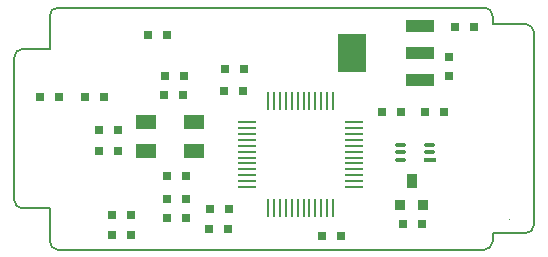
<source format=gtp>
%FSLAX25Y25*%
%MOIN*%
G70*
G01*
G75*
G04 Layer_Color=8421504*
%ADD10R,0.03937X0.03937*%
%ADD11C,0.03937*%
%ADD12R,0.03150X0.03150*%
%ADD13R,0.03150X0.03150*%
%ADD14R,0.00984X0.06299*%
%ADD15R,0.06299X0.00984*%
%ADD16O,0.06299X0.00984*%
%ADD17O,0.03937X0.03937*%
%ADD18R,0.07087X0.04724*%
%ADD19O,0.04000X0.01200*%
%ADD20R,0.04000X0.01200*%
%ADD21R,0.03600X0.03600*%
%ADD22R,0.03600X0.05000*%
%ADD23R,0.09449X0.03937*%
%ADD24R,0.09449X0.12992*%
%ADD25C,0.01000*%
%ADD26C,0.02000*%
%ADD27C,0.04000*%
%ADD28C,0.00787*%
%ADD29C,0.06299*%
%ADD30C,0.03937*%
%ADD31O,0.15748X0.06299*%
%ADD32C,0.06000*%
%ADD33R,0.06000X0.06000*%
%ADD34C,0.11811*%
%ADD35C,0.05512*%
%ADD36C,0.02500*%
%ADD37C,0.04000*%
%ADD38C,0.00984*%
%ADD39C,0.00800*%
%ADD40C,0.01200*%
%ADD41R,0.00000X0.00000*%
D12*
X51000Y24500D02*
D03*
X57299D02*
D03*
X109000Y4500D02*
D03*
X102701D02*
D03*
X122701Y46000D02*
D03*
X129000D02*
D03*
X147047Y74311D02*
D03*
X153347D02*
D03*
X135799Y8500D02*
D03*
X129500D02*
D03*
X29799Y51000D02*
D03*
X23500D02*
D03*
X15000D02*
D03*
X8701D02*
D03*
X39000Y11500D02*
D03*
X32701D02*
D03*
X39000Y5000D02*
D03*
X32701D02*
D03*
X137000Y46000D02*
D03*
X143299D02*
D03*
X50201Y58000D02*
D03*
X56500D02*
D03*
X56299Y51500D02*
D03*
X50000D02*
D03*
X76299Y53000D02*
D03*
X70000D02*
D03*
X51000Y17000D02*
D03*
X57299D02*
D03*
X71500Y13500D02*
D03*
X65201D02*
D03*
X44500Y71500D02*
D03*
X50799D02*
D03*
X28201Y33000D02*
D03*
X34500D02*
D03*
X28201Y40000D02*
D03*
X34500D02*
D03*
X70201Y60098D02*
D03*
X76500D02*
D03*
X57299Y10500D02*
D03*
X51000D02*
D03*
X71299Y7000D02*
D03*
X65000D02*
D03*
D13*
X145000Y58000D02*
D03*
Y64299D02*
D03*
D14*
X84626Y49433D02*
D03*
X86594D02*
D03*
X88563D02*
D03*
X90531D02*
D03*
X92500D02*
D03*
X94468D02*
D03*
X96437D02*
D03*
X98405D02*
D03*
X100374D02*
D03*
X102342D02*
D03*
X104311D02*
D03*
X106280D02*
D03*
Y14000D02*
D03*
X104311D02*
D03*
X102342D02*
D03*
X100374D02*
D03*
X98405D02*
D03*
X96437D02*
D03*
X94468D02*
D03*
X92500D02*
D03*
X90531D02*
D03*
X88563D02*
D03*
X86594D02*
D03*
X84626D02*
D03*
D15*
X113169Y42543D02*
D03*
Y40575D02*
D03*
Y38606D02*
D03*
Y36638D02*
D03*
Y34669D02*
D03*
Y32701D02*
D03*
Y30732D02*
D03*
Y28764D02*
D03*
Y26795D02*
D03*
Y24827D02*
D03*
Y22858D02*
D03*
Y20890D02*
D03*
X77736D02*
D03*
Y22858D02*
D03*
Y24827D02*
D03*
Y26795D02*
D03*
Y28764D02*
D03*
Y30732D02*
D03*
Y32701D02*
D03*
Y34669D02*
D03*
Y36638D02*
D03*
Y38606D02*
D03*
Y40575D02*
D03*
D16*
Y42543D02*
D03*
D18*
X60000Y33051D02*
D03*
X43979D02*
D03*
Y42500D02*
D03*
X60000D02*
D03*
D19*
X129000Y35000D02*
D03*
Y32500D02*
D03*
Y30000D02*
D03*
X138500Y35000D02*
D03*
Y32500D02*
D03*
D20*
Y30000D02*
D03*
D21*
X128700Y15000D02*
D03*
X136200D02*
D03*
D22*
X132500Y23000D02*
D03*
D23*
X135335Y56445D02*
D03*
Y65500D02*
D03*
Y74555D02*
D03*
D24*
X112500Y65500D02*
D03*
D28*
X156693Y0D02*
G03*
X159449Y2756I0J2756D01*
G01*
X170472Y5512D02*
G03*
X173228Y8268I0J2756D01*
G01*
X159449Y77953D02*
G03*
X156693Y80709I-2756J0D01*
G01*
X173228Y72441D02*
G03*
X170472Y75197I-2756J0D01*
G01*
X11811Y2756D02*
G03*
X14567Y0I2756J0D01*
G01*
X0Y16535D02*
G03*
X2756Y13780I2756J0D01*
G01*
X14567Y80709D02*
G03*
X11811Y77953I0J-2756D01*
G01*
X2756Y66929D02*
G03*
X0Y64173I0J-2756D01*
G01*
X14567Y80709D02*
X156693D01*
X159449Y75197D02*
Y77953D01*
X173228Y8268D02*
Y72441D01*
X159449Y75197D02*
X170472D01*
X159449Y5512D02*
X170472D01*
X159449Y2756D02*
Y5512D01*
X14567Y0D02*
X156693D01*
X11811Y66929D02*
Y77953D01*
X2756Y66929D02*
X11811D01*
X0Y16535D02*
Y64173D01*
X2756Y13780D02*
X11811D01*
Y2756D02*
Y13780D01*
D41*
X165354Y9843D02*
D03*
M02*

</source>
